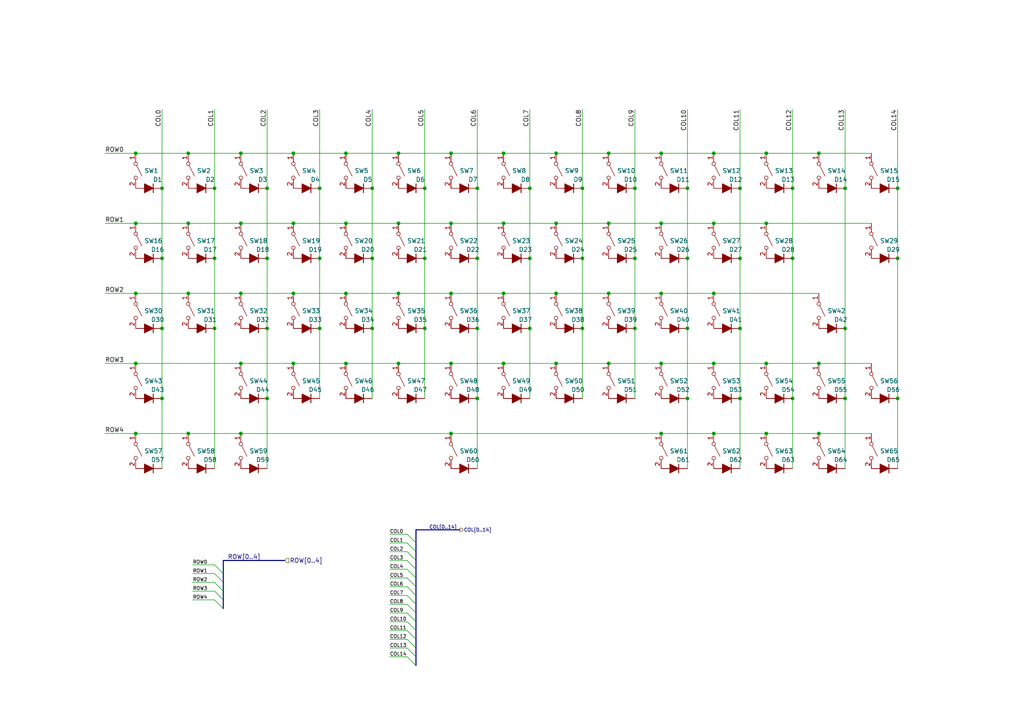
<source format=kicad_sch>
(kicad_sch (version 20231120) (generator "eeschema") (generator_version "8.0")
  (paper "A4")
  (lib_symbols
    (symbol "Switch:SW_SPST" (pin_names (offset 0) hide)
      (property "Reference" "SW" (at 0 3.175 0))
      (property "Value" "SW_SPST" (at 0 -2.54 0))
      (symbol "SW_SPST_0_0"
        (circle (center -2.032 0) (radius 0.508))
        (polyline (pts (xy -1.524 0.254) (xy 1.524 1.778)))
        (circle (center 2.032 0) (radius 0.508))
      )
      (symbol "SW_SPST_1_1"
        (pin passive line (at -5.08 0 0) (length 2.54) (name "A") (number "1"))
        (pin passive line (at 5.08 0 180) (length 2.54) (name "B") (number "2"))
      )
    )
    (symbol "corrupt-rescue:D_ALT-Device" (pin_numbers hide) (pin_names (offset 1.016) hide)
      (property "Reference" "D" (at 0 2.54 0))
      (property "Value" "Device_D_ALT" (at 0 -2.54 0))
      (symbol "D_ALT-Device_0_1"
        (polyline (pts (xy -1.27 1.27) (xy -1.27 -1.27)) (stroke (width 0.254)))
        (polyline (pts (xy 1.27 0) (xy -1.27 0)))
        (polyline (pts (xy 1.27 1.27) (xy 1.27 -1.27) (xy -1.27 0) (xy 1.27 1.27)) (stroke (width 0.254)) (fill (type outline)))
      )
      (symbol "D_ALT-Device_1_1"
        (pin passive line (at -3.81 0 0) (length 2.54) (name "K") (number "1"))
        (pin passive line (at 3.81 0 180) (length 2.54) (name "A") (number "2"))
      )
    )
  )
  (junction (at 161.29 85.09))
  (junction (at 39.37 85.09))
  (junction (at 260.35 115.57))
  (junction (at 146.05 105.41))
  (junction (at 130.81 85.09))
  (junction (at 199.39 74.93))
  (junction (at 39.37 125.73))
  (junction (at 237.49 125.73))
  (junction (at 77.47 74.93))
  (junction (at 161.29 44.45))
  (junction (at 100.33 85.09))
  (junction (at 199.39 95.25))
  (junction (at 191.77 44.45))
  (junction (at 146.05 44.45))
  (junction (at 222.25 64.77))
  (junction (at 161.29 105.41))
  (junction (at 85.09 105.41))
  (junction (at 207.01 125.73))
  (junction (at 168.91 95.25))
  (junction (at 54.61 64.77))
  (junction (at 214.63 115.57))
  (junction (at 115.57 85.09))
  (junction (at 199.39 54.61))
  (junction (at 85.09 85.09))
  (junction (at 207.01 64.77))
  (junction (at 77.47 54.61))
  (junction (at 92.71 95.25))
  (junction (at 130.81 44.45))
  (junction (at 214.63 95.25))
  (junction (at 39.37 64.77))
  (junction (at 199.39 115.57))
  (junction (at 237.49 44.45))
  (junction (at 54.61 44.45))
  (junction (at 62.23 74.93))
  (junction (at 260.35 74.93))
  (junction (at 69.85 85.09))
  (junction (at 176.53 85.09))
  (junction (at 176.53 105.41))
  (junction (at 168.91 74.93))
  (junction (at 207.01 105.41))
  (junction (at 245.11 54.61))
  (junction (at 69.85 64.77))
  (junction (at 161.29 64.77))
  (junction (at 46.99 74.93))
  (junction (at 138.43 115.57))
  (junction (at 39.37 44.45))
  (junction (at 260.35 54.61))
  (junction (at 130.81 64.77))
  (junction (at 107.95 54.61))
  (junction (at 92.71 74.93))
  (junction (at 85.09 44.45))
  (junction (at 176.53 44.45))
  (junction (at 85.09 64.77))
  (junction (at 191.77 85.09))
  (junction (at 153.67 74.93))
  (junction (at 69.85 105.41))
  (junction (at 77.47 115.57))
  (junction (at 153.67 95.25))
  (junction (at 191.77 125.73))
  (junction (at 92.71 54.61))
  (junction (at 107.95 95.25))
  (junction (at 184.15 95.25))
  (junction (at 69.85 125.73))
  (junction (at 54.61 85.09))
  (junction (at 207.01 85.09))
  (junction (at 222.25 125.73))
  (junction (at 107.95 74.93))
  (junction (at 245.11 95.25))
  (junction (at 153.67 54.61))
  (junction (at 69.85 44.45))
  (junction (at 115.57 44.45))
  (junction (at 191.77 105.41))
  (junction (at 214.63 54.61))
  (junction (at 62.23 54.61))
  (junction (at 245.11 115.57))
  (junction (at 123.19 95.25))
  (junction (at 168.91 54.61))
  (junction (at 146.05 64.77))
  (junction (at 176.53 64.77))
  (junction (at 138.43 74.93))
  (junction (at 123.19 54.61))
  (junction (at 222.25 105.41))
  (junction (at 214.63 74.93))
  (junction (at 115.57 64.77))
  (junction (at 46.99 95.25))
  (junction (at 207.01 44.45))
  (junction (at 130.81 105.41))
  (junction (at 123.19 74.93))
  (junction (at 222.25 44.45))
  (junction (at 138.43 54.61))
  (junction (at 39.37 105.41))
  (junction (at 100.33 44.45))
  (junction (at 46.99 54.61))
  (junction (at 229.87 74.93))
  (junction (at 100.33 64.77))
  (junction (at 115.57 105.41))
  (junction (at 237.49 105.41))
  (junction (at 100.33 105.41))
  (junction (at 130.81 125.73))
  (junction (at 146.05 85.09))
  (junction (at 54.61 125.73))
  (junction (at 138.43 95.25))
  (junction (at 184.15 74.93))
  (junction (at 77.47 95.25))
  (junction (at 191.77 64.77))
  (junction (at 229.87 54.61))
  (junction (at 184.15 54.61))
  (junction (at 46.99 115.57))
  (junction (at 62.23 95.25))
  (junction (at 229.87 115.57))
  (bus_entry (at 118.11 175.26) (size 2.54 2.54))
  (bus_entry (at 118.11 162.56) (size 2.54 2.54))
  (bus_entry (at 118.11 154.94) (size 2.54 2.54))
  (bus_entry (at 118.11 177.8) (size 2.54 2.54))
  (bus_entry (at 118.11 165.1) (size 2.54 2.54))
  (bus_entry (at 118.11 182.88) (size 2.54 2.54))
  (bus_entry (at 118.11 172.72) (size 2.54 2.54))
  (bus_entry (at 118.11 160.02) (size 2.54 2.54))
  (bus_entry (at 118.11 167.64) (size 2.54 2.54))
  (bus_entry (at 62.23 166.37) (size 2.54 2.54))
  (bus_entry (at 62.23 163.83) (size 2.54 2.54))
  (bus_entry (at 118.11 185.42) (size 2.54 2.54))
  (bus_entry (at 118.11 180.34) (size 2.54 2.54))
  (bus_entry (at 62.23 173.99) (size 2.54 2.54))
  (bus_entry (at 118.11 170.18) (size 2.54 2.54))
  (bus_entry (at 118.11 190.5) (size 2.54 2.54))
  (bus_entry (at 118.11 157.48) (size 2.54 2.54))
  (bus_entry (at 62.23 171.45) (size 2.54 2.54))
  (bus_entry (at 62.23 168.91) (size 2.54 2.54))
  (bus_entry (at 118.11 187.96) (size 2.54 2.54))
  (wire (pts (xy 62.23 163.83) (xy 55.88 163.83)))
  (wire (pts (xy 30.48 85.09) (xy 39.37 85.09)))
  (wire (pts (xy 229.87 74.93) (xy 229.87 115.57)))
  (wire (pts (xy 123.19 95.25) (xy 123.19 115.57)))
  (bus (pts (xy 64.77 166.37) (xy 64.77 168.91)))
  (wire (pts (xy 153.67 95.25) (xy 153.67 115.57)))
  (wire (pts (xy 113.03 175.26) (xy 118.11 175.26)))
  (bus (pts (xy 120.65 170.18) (xy 120.65 172.72)))
  (wire (pts (xy 222.25 44.45) (xy 237.49 44.45)))
  (wire (pts (xy 115.57 105.41) (xy 130.81 105.41)))
  (wire (pts (xy 46.99 74.93) (xy 46.99 95.25)))
  (bus (pts (xy 120.65 167.64) (xy 120.65 170.18)))
  (wire (pts (xy 39.37 125.73) (xy 54.61 125.73)))
  (wire (pts (xy 85.09 105.41) (xy 100.33 105.41)))
  (wire (pts (xy 176.53 64.77) (xy 191.77 64.77)))
  (wire (pts (xy 115.57 85.09) (xy 130.81 85.09)))
  (wire (pts (xy 85.09 85.09) (xy 100.33 85.09)))
  (wire (pts (xy 199.39 95.25) (xy 199.39 115.57)))
  (wire (pts (xy 85.09 64.77) (xy 100.33 64.77)))
  (wire (pts (xy 77.47 54.61) (xy 77.47 74.93)))
  (wire (pts (xy 176.53 44.45) (xy 191.77 44.45)))
  (wire (pts (xy 113.03 157.48) (xy 118.11 157.48)))
  (wire (pts (xy 168.91 74.93) (xy 168.91 95.25)))
  (wire (pts (xy 30.48 125.73) (xy 39.37 125.73)))
  (wire (pts (xy 153.67 74.93) (xy 153.67 95.25)))
  (wire (pts (xy 237.49 105.41) (xy 252.73 105.41)))
  (wire (pts (xy 62.23 31.75) (xy 62.23 54.61)))
  (wire (pts (xy 138.43 115.57) (xy 138.43 135.89)))
  (wire (pts (xy 115.57 64.77) (xy 130.81 64.77)))
  (wire (pts (xy 138.43 95.25) (xy 138.43 115.57)))
  (wire (pts (xy 207.01 85.09) (xy 237.49 85.09)))
  (wire (pts (xy 69.85 64.77) (xy 85.09 64.77)))
  (wire (pts (xy 69.85 85.09) (xy 85.09 85.09)))
  (bus (pts (xy 64.77 173.99) (xy 64.77 176.53)))
  (bus (pts (xy 120.65 180.34) (xy 120.65 182.88)))
  (wire (pts (xy 113.03 160.02) (xy 118.11 160.02)))
  (wire (pts (xy 100.33 44.45) (xy 115.57 44.45)))
  (wire (pts (xy 191.77 44.45) (xy 207.01 44.45)))
  (wire (pts (xy 168.91 95.25) (xy 168.91 115.57)))
  (bus (pts (xy 64.77 171.45) (xy 64.77 173.99)))
  (wire (pts (xy 214.63 95.25) (xy 214.63 115.57)))
  (wire (pts (xy 30.48 64.77) (xy 39.37 64.77)))
  (wire (pts (xy 107.95 54.61) (xy 107.95 74.93)))
  (wire (pts (xy 113.03 190.5) (xy 118.11 190.5)))
  (wire (pts (xy 161.29 105.41) (xy 176.53 105.41)))
  (wire (pts (xy 229.87 115.57) (xy 229.87 135.89)))
  (wire (pts (xy 100.33 85.09) (xy 115.57 85.09)))
  (wire (pts (xy 39.37 85.09) (xy 54.61 85.09)))
  (wire (pts (xy 62.23 168.91) (xy 55.88 168.91)))
  (wire (pts (xy 46.99 54.61) (xy 46.99 74.93)))
  (wire (pts (xy 146.05 85.09) (xy 161.29 85.09)))
  (wire (pts (xy 46.99 115.57) (xy 46.99 135.89)))
  (wire (pts (xy 54.61 64.77) (xy 69.85 64.77)))
  (wire (pts (xy 199.39 115.57) (xy 199.39 135.89)))
  (wire (pts (xy 39.37 44.45) (xy 54.61 44.45)))
  (wire (pts (xy 77.47 115.57) (xy 77.47 135.89)))
  (wire (pts (xy 113.03 187.96) (xy 118.11 187.96)))
  (wire (pts (xy 69.85 105.41) (xy 85.09 105.41)))
  (wire (pts (xy 245.11 54.61) (xy 245.11 95.25)))
  (wire (pts (xy 62.23 95.25) (xy 62.23 135.89)))
  (wire (pts (xy 260.35 54.61) (xy 260.35 74.93)))
  (wire (pts (xy 113.03 177.8) (xy 118.11 177.8)))
  (wire (pts (xy 229.87 31.75) (xy 229.87 54.61)))
  (bus (pts (xy 120.65 185.42) (xy 120.65 187.96)))
  (bus (pts (xy 120.65 187.96) (xy 120.65 190.5)))
  (wire (pts (xy 62.23 173.99) (xy 55.88 173.99)))
  (wire (pts (xy 138.43 31.75) (xy 138.43 54.61)))
  (bus (pts (xy 120.65 165.1) (xy 120.65 167.64)))
  (wire (pts (xy 214.63 115.57) (xy 214.63 135.89)))
  (wire (pts (xy 207.01 125.73) (xy 222.25 125.73)))
  (wire (pts (xy 146.05 64.77) (xy 161.29 64.77)))
  (wire (pts (xy 54.61 85.09) (xy 69.85 85.09)))
  (wire (pts (xy 92.71 74.93) (xy 92.71 95.25)))
  (wire (pts (xy 245.11 31.75) (xy 245.11 54.61)))
  (bus (pts (xy 120.65 190.5) (xy 120.65 193.04)))
  (wire (pts (xy 153.67 54.61) (xy 153.67 74.93)))
  (wire (pts (xy 62.23 74.93) (xy 62.23 95.25)))
  (wire (pts (xy 46.99 31.75) (xy 46.99 54.61)))
  (wire (pts (xy 92.71 31.75) (xy 92.71 54.61)))
  (bus (pts (xy 120.65 157.48) (xy 120.65 160.02)))
  (wire (pts (xy 77.47 31.75) (xy 77.47 54.61)))
  (wire (pts (xy 214.63 74.93) (xy 214.63 95.25)))
  (wire (pts (xy 77.47 74.93) (xy 77.47 95.25)))
  (wire (pts (xy 113.03 170.18) (xy 118.11 170.18)))
  (wire (pts (xy 39.37 105.41) (xy 69.85 105.41)))
  (wire (pts (xy 130.81 125.73) (xy 191.77 125.73)))
  (bus (pts (xy 120.65 177.8) (xy 120.65 180.34)))
  (wire (pts (xy 69.85 125.73) (xy 130.81 125.73)))
  (wire (pts (xy 199.39 54.61) (xy 199.39 74.93)))
  (wire (pts (xy 113.03 154.94) (xy 118.11 154.94)))
  (bus (pts (xy 120.65 153.67) (xy 133.35 153.67)))
  (wire (pts (xy 130.81 64.77) (xy 146.05 64.77)))
  (wire (pts (xy 229.87 54.61) (xy 229.87 74.93)))
  (wire (pts (xy 54.61 125.73) (xy 69.85 125.73)))
  (wire (pts (xy 115.57 44.45) (xy 130.81 44.45)))
  (wire (pts (xy 123.19 31.75) (xy 123.19 54.61)))
  (wire (pts (xy 107.95 74.93) (xy 107.95 95.25)))
  (wire (pts (xy 184.15 95.25) (xy 184.15 115.57)))
  (bus (pts (xy 120.65 182.88) (xy 120.65 185.42)))
  (wire (pts (xy 214.63 54.61) (xy 214.63 74.93)))
  (wire (pts (xy 207.01 44.45) (xy 222.25 44.45)))
  (wire (pts (xy 245.11 115.57) (xy 245.11 135.89)))
  (wire (pts (xy 176.53 85.09) (xy 191.77 85.09)))
  (wire (pts (xy 184.15 74.93) (xy 184.15 95.25)))
  (wire (pts (xy 222.25 125.73) (xy 237.49 125.73)))
  (wire (pts (xy 69.85 44.45) (xy 85.09 44.45)))
  (wire (pts (xy 92.71 95.25) (xy 92.71 115.57)))
  (wire (pts (xy 184.15 31.75) (xy 184.15 54.61)))
  (bus (pts (xy 120.65 172.72) (xy 120.65 175.26)))
  (wire (pts (xy 207.01 105.41) (xy 222.25 105.41)))
  (wire (pts (xy 77.47 95.25) (xy 77.47 115.57)))
  (wire (pts (xy 153.67 31.75) (xy 153.67 54.61)))
  (wire (pts (xy 130.81 44.45) (xy 146.05 44.45)))
  (wire (pts (xy 62.23 54.61) (xy 62.23 74.93)))
  (wire (pts (xy 30.48 105.41) (xy 39.37 105.41)))
  (wire (pts (xy 130.81 85.09) (xy 146.05 85.09)))
  (wire (pts (xy 113.03 185.42) (xy 118.11 185.42)))
  (wire (pts (xy 191.77 85.09) (xy 207.01 85.09)))
  (bus (pts (xy 64.77 168.91) (xy 64.77 171.45)))
  (wire (pts (xy 260.35 115.57) (xy 260.35 135.89)))
  (wire (pts (xy 146.05 44.45) (xy 161.29 44.45)))
  (wire (pts (xy 245.11 95.25) (xy 245.11 115.57)))
  (wire (pts (xy 113.03 180.34) (xy 118.11 180.34)))
  (bus (pts (xy 120.65 175.26) (xy 120.65 177.8)))
  (wire (pts (xy 184.15 54.61) (xy 184.15 74.93)))
  (wire (pts (xy 113.03 167.64) (xy 118.11 167.64)))
  (wire (pts (xy 176.53 105.41) (xy 191.77 105.41)))
  (wire (pts (xy 30.48 44.45) (xy 39.37 44.45)))
  (bus (pts (xy 120.65 160.02) (xy 120.65 162.56)))
  (wire (pts (xy 168.91 31.75) (xy 168.91 54.61)))
  (bus (pts (xy 64.77 162.56) (xy 64.77 166.37)))
  (wire (pts (xy 138.43 74.93) (xy 138.43 95.25)))
  (wire (pts (xy 161.29 85.09) (xy 176.53 85.09)))
  (wire (pts (xy 123.19 54.61) (xy 123.19 74.93)))
  (wire (pts (xy 191.77 105.41) (xy 207.01 105.41)))
  (wire (pts (xy 39.37 64.77) (xy 54.61 64.77)))
  (wire (pts (xy 237.49 44.45) (xy 252.73 44.45)))
  (wire (pts (xy 237.49 125.73) (xy 252.73 125.73)))
  (wire (pts (xy 138.43 54.61) (xy 138.43 74.93)))
  (wire (pts (xy 260.35 31.75) (xy 260.35 54.61)))
  (wire (pts (xy 191.77 64.77) (xy 207.01 64.77)))
  (wire (pts (xy 161.29 64.77) (xy 176.53 64.77)))
  (wire (pts (xy 54.61 44.45) (xy 69.85 44.45)))
  (wire (pts (xy 100.33 105.41) (xy 115.57 105.41)))
  (wire (pts (xy 92.71 54.61) (xy 92.71 74.93)))
  (wire (pts (xy 146.05 105.41) (xy 161.29 105.41)))
  (wire (pts (xy 85.09 44.45) (xy 100.33 44.45)))
  (wire (pts (xy 107.95 31.75) (xy 107.95 54.61)))
  (wire (pts (xy 199.39 31.75) (xy 199.39 54.61)))
  (wire (pts (xy 55.88 171.45) (xy 62.23 171.45)))
  (wire (pts (xy 161.29 44.45) (xy 176.53 44.45)))
  (wire (pts (xy 191.77 125.73) (xy 207.01 125.73)))
  (wire (pts (xy 130.81 105.41) (xy 146.05 105.41)))
  (wire (pts (xy 199.39 74.93) (xy 199.39 95.25)))
  (wire (pts (xy 55.88 166.37) (xy 62.23 166.37)))
  (wire (pts (xy 107.95 95.25) (xy 107.95 115.57)))
  (wire (pts (xy 168.91 54.61) (xy 168.91 74.93)))
  (bus (pts (xy 120.65 153.67) (xy 120.65 157.48)))
  (wire (pts (xy 113.03 172.72) (xy 118.11 172.72)))
  (wire (pts (xy 260.35 74.93) (xy 260.35 115.57)))
  (wire (pts (xy 113.03 162.56) (xy 118.11 162.56)))
  (wire (pts (xy 113.03 182.88) (xy 118.11 182.88)))
  (wire (pts (xy 113.03 165.1) (xy 118.11 165.1)))
  (wire (pts (xy 207.01 64.77) (xy 222.25 64.77)))
  (bus (pts (xy 64.77 162.56) (xy 82.55 162.56)))
  (wire (pts (xy 222.25 64.77) (xy 252.73 64.77)))
  (wire (pts (xy 100.33 64.77) (xy 115.57 64.77)))
  (wire (pts (xy 123.19 74.93) (xy 123.19 95.25)))
  (wire (pts (xy 46.99 95.25) (xy 46.99 115.57)))
  (bus (pts (xy 120.65 162.56) (xy 120.65 165.1)))
  (wire (pts (xy 222.25 105.41) (xy 237.49 105.41)))
  (wire (pts (xy 214.63 31.75) (xy 214.63 54.61)))
  (label "ROW4" (at 30.48 125.73 0))
  (label "COL11" (at 214.63 31.75 270))
  (label "COL9" (at 113.03 177.8 0) (effects (font (size 0.9906 0.9906))))
  (label "ROW2" (at 55.88 168.91 0) (effects (font (size 0.9906 0.9906))))
  (label "COL1" (at 113.03 157.48 0) (effects (font (size 0.9906 0.9906))))
  (label "ROW0" (at 55.88 163.83 0) (effects (font (size 0.9906 0.9906))))
  (label "COL2" (at 113.03 160.02 0) (effects (font (size 0.9906 0.9906))))
  (label "COL6" (at 138.43 31.75 270))
  (label "COL0" (at 113.03 154.94 0) (effects (font (size 0.9906 0.9906))))
  (label "COL5" (at 123.19 31.75 270))
  (label "ROW[0..4]" (at 66.04 162.56 0))
  (label "COL11" (at 113.03 182.88 0) (effects (font (size 0.9906 0.9906))))
  (label "COL6" (at 113.03 170.18 0) (effects (font (size 0.9906 0.9906))))
  (label "ROW4" (at 55.88 173.99 0) (effects (font (size 0.9906 0.9906))))
  (label "COL[0..14]" (at 124.46 153.67 0) (effects (font (size 0.9906 0.9906))))
  (label "COL3" (at 113.03 162.56 0) (effects (font (size 0.9906 0.9906))))
  (label "COL4" (at 113.03 165.1 0) (effects (font (size 0.9906 0.9906))))
  (label "ROW3" (at 30.48 105.41 0))
  (label "COL14" (at 260.35 31.75 270))
  (label "COL2" (at 77.47 31.75 270))
  (label "COL3" (at 92.71 31.75 270))
  (label "COL7" (at 113.03 172.72 0) (effects (font (size 0.9906 0.9906))))
  (label "ROW2" (at 30.48 85.09 0))
  (label "COL12" (at 229.87 31.75 270))
  (label "COL5" (at 113.03 167.64 0) (effects (font (size 0.9906 0.9906))))
  (label "ROW1" (at 55.88 166.37 0) (effects (font (size 0.9906 0.9906))))
  (label "COL10" (at 113.03 180.34 0) (effects (font (size 0.9906 0.9906))))
  (label "COL14" (at 113.03 190.5 0) (effects (font (size 0.9906 0.9906))))
  (label "COL7" (at 153.67 31.75 270))
  (label "COL12" (at 113.03 185.42 0) (effects (font (size 0.9906 0.9906))))
  (label "ROW0" (at 30.48 44.45 0))
  (label "COL8" (at 168.91 31.75 270))
  (label "ROW3" (at 55.88 171.45 0) (effects (font (size 0.9906 0.9906))))
  (label "COL4" (at 107.95 31.75 270))
  (label "COL1" (at 62.23 31.75 270))
  (label "COL8" (at 113.03 175.26 0) (effects (font (size 0.9906 0.9906))))
  (label "COL13" (at 245.11 31.75 270))
  (label "COL9" (at 184.15 31.75 270))
  (label "COL0" (at 46.99 31.75 270))
  (label "ROW1" (at 30.48 64.77 0))
  (label "COL13" (at 113.03 187.96 0) (effects (font (size 0.9906 0.9906))))
  (label "COL10" (at 199.39 31.75 270))
  (hierarchical_label "ROW[0..4]" (shape input) (at 82.55 162.56 0))
  (hierarchical_label "COL[0..14]" (shape output) (at 133.35 153.67 0) (effects (font (size 0.9906 0.9906))))
  (symbol (lib_id "Switch:SW_SPST") (at 39.37 49.53 270) (unit 1)
    (property "Reference" "SW1" (at 41.8592 49.53 90) (effects (justify left)))
    (property "Value" "SW_SPST" (effects (hide yes)))
    (property "Footprint" "Button_Switch_Keyboard:SW_Cherry_MX_1.00u_PCB" (effects (hide yes)))
  )
  (symbol (lib_id "corrupt-rescue:D_ALT-Device") (at 43.18 54.61 180) (unit 1)
    (property "Reference" "D1" (at 45.72 52.07 0))
    (property "Value" "1N4148WS" (effects (hide yes)))
    (property "Footprint" "Diode_SMD:D_SOD-323" (effects (hide yes)))
    (property "Description" "C2128" (effects (hide yes)))
  )
  (symbol (lib_id "Switch:SW_SPST") (at 54.61 49.53 270) (unit 1)
    (property "Reference" "SW2" (at 57.0992 49.53 90) (effects (justify left)))
    (property "Value" "SW_SPST" (effects (hide yes)))
    (property "Footprint" "Button_Switch_Keyboard:SW_Cherry_MX_1.00u_PCB" (effects (hide yes)))
  )
  (symbol (lib_id "corrupt-rescue:D_ALT-Device") (at 58.42 54.61 180) (unit 1)
    (property "Reference" "D2" (at 60.96 52.07 0))
    (property "Value" "1N4148WS" (effects (hide yes)))
    (property "Footprint" "Diode_SMD:D_SOD-323" (effects (hide yes)))
    (property "Description" "C2128" (effects (hide yes)))
  )
  (symbol (lib_id "Switch:SW_SPST") (at 69.85 49.53 270) (unit 1)
    (property "Reference" "SW3" (at 72.3392 49.53 90) (effects (justify left)))
    (property "Value" "SW_SPST" (effects (hide yes)))
    (property "Footprint" "Button_Switch_Keyboard:SW_Cherry_MX_1.00u_PCB" (effects (hide yes)))
  )
  (symbol (lib_id "corrupt-rescue:D_ALT-Device") (at 73.66 54.61 180) (unit 1)
    (property "Reference" "D3" (at 76.2 52.07 0))
    (property "Value" "1N4148WS" (effects (hide yes)))
    (property "Footprint" "Diode_SMD:D_SOD-323" (effects (hide yes)))
    (property "Description" "C2128" (effects (hide yes)))
  )
  (symbol (lib_id "Switch:SW_SPST") (at 85.09 49.53 270) (unit 1)
    (property "Reference" "SW4" (at 87.5792 49.53 90) (effects (justify left)))
    (property "Value" "SW_SPST" (effects (hide yes)))
    (property "Footprint" "Button_Switch_Keyboard:SW_Cherry_MX_1.00u_PCB" (effects (hide yes)))
  )
  (symbol (lib_id "corrupt-rescue:D_ALT-Device") (at 88.9 54.61 180) (unit 1)
    (property "Reference" "D4" (at 91.44 52.07 0))
    (property "Value" "1N4148WS" (effects (hide yes)))
    (property "Footprint" "Diode_SMD:D_SOD-323" (effects (hide yes)))
    (property "Description" "C2128" (effects (hide yes)))
  )
  (symbol (lib_id "Switch:SW_SPST") (at 100.33 49.53 270) (unit 1)
    (property "Reference" "SW5" (at 102.8192 49.53 90) (effects (justify left)))
    (property "Value" "SW_SPST" (effects (hide yes)))
    (property "Footprint" "Button_Switch_Keyboard:SW_Cherry_MX_1.00u_PCB" (effects (hide yes)))
  )
  (symbol (lib_id "corrupt-rescue:D_ALT-Device") (at 104.14 54.61 180) (unit 1)
    (property "Reference" "D5" (at 106.68 52.07 0))
    (property "Value" "1N4148WS" (effects (hide yes)))
    (property "Footprint" "Diode_SMD:D_SOD-323" (effects (hide yes)))
    (property "Description" "C2128" (effects (hide yes)))
  )
  (symbol (lib_id "Switch:SW_SPST") (at 115.57 49.53 270) (unit 1)
    (property "Reference" "SW6" (at 118.0592 49.53 90) (effects (justify left)))
    (property "Value" "SW_SPST" (effects (hide yes)))
    (property "Footprint" "Button_Switch_Keyboard:SW_Cherry_MX_1.00u_PCB" (effects (hide yes)))
  )
  (symbol (lib_id "corrupt-rescue:D_ALT-Device") (at 119.38 54.61 180) (unit 1)
    (property "Reference" "D6" (at 121.92 52.07 0))
    (property "Value" "1N4148WS" (effects (hide yes)))
    (property "Footprint" "Diode_SMD:D_SOD-323" (effects (hide yes)))
    (property "Description" "C2128" (effects (hide yes)))
  )
  (symbol (lib_id "Switch:SW_SPST") (at 130.81 49.53 270) (unit 1)
    (property "Reference" "SW7" (at 133.2992 49.53 90) (effects (justify left)))
    (property "Value" "SW_SPST" (effects (hide yes)))
    (property "Footprint" "Button_Switch_Keyboard:SW_Cherry_MX_1.00u_PCB" (effects (hide yes)))
  )
  (symbol (lib_id "corrupt-rescue:D_ALT-Device") (at 134.62 54.61 180) (unit 1)
    (property "Reference" "D7" (at 137.16 52.07 0))
    (property "Value" "1N4148WS" (effects (hide yes)))
    (property "Footprint" "Diode_SMD:D_SOD-323" (effects (hide yes)))
    (property "Description" "C2128" (effects (hide yes)))
  )
  (symbol (lib_id "Switch:SW_SPST") (at 146.05 49.53 270) (unit 1)
    (property "Reference" "SW8" (at 148.5392 49.53 90) (effects (justify left)))
    (property "Value" "SW_SPST" (effects (hide yes)))
    (property "Footprint" "Button_Switch_Keyboard:SW_Cherry_MX_1.00u_PCB" (effects (hide yes)))
  )
  (symbol (lib_id "corrupt-rescue:D_ALT-Device") (at 149.86 54.61 180) (unit 1)
    (property "Reference" "D8" (at 152.4 52.07 0))
    (property "Value" "1N4148WS" (effects (hide yes)))
    (property "Footprint" "Diode_SMD:D_SOD-323" (effects (hide yes)))
    (property "Description" "C2128" (effects (hide yes)))
  )
  (symbol (lib_id "Switch:SW_SPST") (at 161.29 49.53 270) (unit 1)
    (property "Reference" "SW9" (at 163.7792 49.53 90) (effects (justify left)))
    (property "Value" "SW_SPST" (effects (hide yes)))
    (property "Footprint" "Button_Switch_Keyboard:SW_Cherry_MX_1.00u_PCB" (effects (hide yes)))
  )
  (symbol (lib_id "corrupt-rescue:D_ALT-Device") (at 165.1 54.61 180) (unit 1)
    (property "Reference" "D9" (at 167.64 52.07 0))
    (property "Value" "1N4148WS" (effects (hide yes)))
    (property "Footprint" "Diode_SMD:D_SOD-323" (effects (hide yes)))
    (property "Description" "C2128" (effects (hide yes)))
  )
  (symbol (lib_id "Switch:SW_SPST") (at 176.53 49.53 270) (unit 1)
    (property "Reference" "SW10" (at 179.0192 49.53 90) (effects (justify left)))
    (property "Value" "SW_SPST" (effects (hide yes)))
    (property "Footprint" "Button_Switch_Keyboard:SW_Cherry_MX_1.00u_PCB" (effects (hide yes)))
  )
  (symbol (lib_id "corrupt-rescue:D_ALT-Device") (at 180.34 54.61 180) (unit 1)
    (property "Reference" "D10" (at 182.88 52.07 0))
    (property "Value" "1N4148WS" (effects (hide yes)))
    (property "Footprint" "Diode_SMD:D_SOD-323" (effects (hide yes)))
    (property "Description" "C2128" (effects (hide yes)))
  )
  (symbol (lib_id "Switch:SW_SPST") (at 191.77 49.53 270) (unit 1)
    (property "Reference" "SW11" (at 194.2592 49.53 90) (effects (justify left)))
    (property "Value" "SW_SPST" (effects (hide yes)))
    (property "Footprint" "Button_Switch_Keyboard:SW_Cherry_MX_1.00u_PCB" (effects (hide yes)))
  )
  (symbol (lib_id "corrupt-rescue:D_ALT-Device") (at 195.58 54.61 180) (unit 1)
    (property "Reference" "D11" (at 198.12 52.07 0))
    (property "Value" "1N4148WS" (effects (hide yes)))
    (property "Footprint" "Diode_SMD:D_SOD-323" (effects (hide yes)))
    (property "Description" "C2128" (effects (hide yes)))
  )
  (symbol (lib_id "Switch:SW_SPST") (at 207.01 49.53 270) (unit 1)
    (property "Reference" "SW12" (at 209.4992 49.53 90) (effects (justify left)))
    (property "Value" "SW_SPST" (effects (hide yes)))
    (property "Footprint" "Button_Switch_Keyboard:SW_Cherry_MX_1.00u_PCB" (effects (hide yes)))
  )
  (symbol (lib_id "corrupt-rescue:D_ALT-Device") (at 210.82 54.61 180) (unit 1)
    (property "Reference" "D12" (at 213.36 52.07 0))
    (property "Value" "1N4148WS" (effects (hide yes)))
    (property "Footprint" "Diode_SMD:D_SOD-323" (effects (hide yes)))
    (property "Description" "C2128" (effects (hide yes)))
  )
  (symbol (lib_id "Switch:SW_SPST") (at 222.25 49.53 270) (unit 1)
    (property "Reference" "SW13" (at 224.7392 49.53 90) (effects (justify left)))
    (property "Value" "SW_SPST" (effects (hide yes)))
    (property "Footprint" "Button_Switch_Keyboard:SW_Cherry_MX_1.00u_PCB" (effects (hide yes)))
  )
  (symbol (lib_id "corrupt-rescue:D_ALT-Device") (at 226.06 54.61 180) (unit 1)
    (property "Reference" "D13" (at 228.6 52.07 0))
    (property "Value" "1N4148WS" (effects (hide yes)))
    (property "Footprint" "Diode_SMD:D_SOD-323" (effects (hide yes)))
    (property "Description" "C2128" (effects (hide yes)))
  )
  (symbol (lib_id "Switch:SW_SPST") (at 237.49 49.53 270) (unit 1)
    (property "Reference" "SW14" (at 239.9792 49.53 90) (effects (justify left)))
    (property "Value" "SW_SPST" (effects (hide yes)))
    (property "Footprint" "Button_Switch_Keyboard:SW_Cherry_MX_1.00u_PCB" (effects (hide yes)))
  )
  (symbol (lib_id "corrupt-rescue:D_ALT-Device") (at 241.3 54.61 180) (unit 1)
    (property "Reference" "D14" (at 243.84 52.07 0))
    (property "Value" "1N4148WS" (effects (hide yes)))
    (property "Footprint" "Diode_SMD:D_SOD-323" (effects (hide yes)))
    (property "Description" "C2128" (effects (hide yes)))
  )
  (symbol (lib_id "Switch:SW_SPST") (at 252.73 49.53 270) (unit 1)
    (property "Reference" "SW15" (at 255.2192 49.53 90) (effects (justify left)))
    (property "Value" "SW_SPST" (effects (hide yes)))
    (property "Footprint" "Button_Switch_Keyboard:SW_Cherry_MX_1.00u_PCB" (effects (hide yes)))
  )
  (symbol (lib_id "corrupt-rescue:D_ALT-Device") (at 256.54 54.61 180) (unit 1)
    (property "Reference" "D15" (at 259.08 52.07 0))
    (property "Value" "1N4148WS" (effects (hide yes)))
    (property "Footprint" "Diode_SMD:D_SOD-323" (effects (hide yes)))
    (property "Description" "C2128" (effects (hide yes)))
  )
  (symbol (lib_id "Switch:SW_SPST") (at 39.37 69.85 270) (unit 1)
    (property "Reference" "SW16" (at 41.8592 69.85 90) (effects (justify left)))
    (property "Value" "SW_SPST" (effects (hide yes)))
    (property "Footprint" "Button_Switch_Keyboard:SW_Cherry_MX_1.50u_PCB" (effects (hide yes)))
  )
  (symbol (lib_id "corrupt-rescue:D_ALT-Device") (at 43.18 74.93 180) (unit 1)
    (property "Reference" "D16" (at 45.72 72.39 0))
    (property "Value" "1N4148WS" (effects (hide yes)))
    (property "Footprint" "Diode_SMD:D_SOD-323" (effects (hide yes)))
    (property "Description" "C2128" (effects (hide yes)))
  )
  (symbol (lib_id "Switch:SW_SPST") (at 54.61 69.85 270) (unit 1)
    (property "Reference" "SW17" (at 57.0992 69.85 90) (effects (justify left)))
    (property "Value" "SW_SPST" (effects (hide yes)))
    (property "Footprint" "Button_Switch_Keyboard:SW_Cherry_MX_1.00u_PCB" (effects (hide yes)))
  )
  (symbol (lib_id "corrupt-rescue:D_ALT-Device") (at 58.42 74.93 180) (unit 1)
    (property "Reference" "D17" (at 60.96 72.39 0))
    (property "Value" "1N4148WS" (effects (hide yes)))
    (property "Footprint" "Diode_SMD:D_SOD-323" (effects (hide yes)))
    (property "Description" "C2128" (effects (hide yes)))
  )
  (symbol (lib_id "Switch:SW_SPST") (at 69.85 69.85 270) (unit 1)
    (property "Reference" "SW18" (at 72.3392 69.85 90) (effects (justify left)))
    (property "Value" "SW_SPST" (effects (hide yes)))
    (property "Footprint" "Button_Switch_Keyboard:SW_Cherry_MX_1.00u_PCB" (effects (hide yes)))
  )
  (symbol (lib_id "corrupt-rescue:D_ALT-Device") (at 73.66 74.93 180) (unit 1)
    (property "Reference" "D18" (at 76.2 72.39 0))
    (property "Value" "1N4148WS" (effects (hide yes)))
    (property "Footprint" "Diode_SMD:D_SOD-323" (effects (hide yes)))
    (property "Description" "C2128" (effects (hide yes)))
  )
  (symbol (lib_id "Switch:SW_SPST") (at 85.09 69.85 270) (unit 1)
    (property "Reference" "SW19" (at 87.5792 69.85 90) (effects (justify left)))
    (property "Value" "SW_SPST" (effects (hide yes)))
    (property "Footprint" "Button_Switch_Keyboard:SW_Cherry_MX_1.00u_PCB" (effects (hide yes)))
  )
  (symbol (lib_id "corrupt-rescue:D_ALT-Device") (at 88.9 74.93 180) (unit 1)
    (property "Reference" "D19" (at 91.44 72.39 0))
    (property "Value" "1N4148WS" (effects (hide yes)))
    (property "Footprint" "Diode_SMD:D_SOD-323" (effects (hide yes)))
    (property "Description" "C2128" (effects (hide yes)))
  )
  (symbol (lib_id "Switch:SW_SPST") (at 100.33 69.85 270) (unit 1)
    (property "Reference" "SW20" (at 102.8192 69.85 90) (effects (justify left)))
    (property "Value" "SW_SPST" (effects (hide yes)))
    (property "Footprint" "Button_Switch_Keyboard:SW_Cherry_MX_1.00u_PCB" (effects (hide yes)))
  )
  (symbol (lib_id "corrupt-rescue:D_ALT-Device") (at 104.14 74.93 180) (unit 1)
    (property "Reference" "D20" (at 106.68 72.39 0))
    (property "Value" "1N4148WS" (effects (hide yes)))
    (property "Footprint" "Diode_SMD:D_SOD-323" (effects (hide yes)))
    (property "Description" "C2128" (effects (hide yes)))
  )
  (symbol (lib_id "Switch:SW_SPST") (at 115.57 69.85 270) (unit 1)
    (property "Reference" "SW21" (at 118.0592 69.85 90) (effects (justify left)))
    (property "Value" "SW_SPST" (effects (hide yes)))
    (property "Footprint" "Button_Switch_Keyboard:SW_Cherry_MX_1.00u_PCB" (effects (hide yes)))
  )
  (symbol (lib_id "corrupt-rescue:D_ALT-Device") (at 119.38 74.93 180) (unit 1)
    (property "Reference" "D21" (at 121.92 72.39 0))
    (property "Value" "1N4148WS" (effects (hide yes)))
    (property "Footprint" "Diode_SMD:D_SOD-323" (effects (hide yes)))
    (property "Description" "C2128" (effects (hide yes)))
  )
  (symbol (lib_id "Switch:SW_SPST") (at 130.81 69.85 270) (unit 1)
    (property "Reference" "SW22" (at 133.2992 69.85 90) (effects (justify left)))
    (property "Value" "SW_SPST" (effects (hide yes)))
    (property "Footprint" "Button_Switch_Keyboard:SW_Cherry_MX_1.00u_PCB" (effects (hide yes)))
  )
  (symbol (lib_id "corrupt-rescue:D_ALT-Device") (at 134.62 74.93 180) (unit 1)
    (property "Reference" "D22" (at 137.16 72.39 0))
    (property "Value" "1N4148WS" (effects (hide yes)))
    (property "Footprint" "Diode_SMD:D_SOD-323" (effects (hide yes)))
    (property "Description" "C2128" (effects (hide yes)))
  )
  (symbol (lib_id "Switch:SW_SPST") (at 146.05 69.85 270) (unit 1)
    (property "Reference" "SW23" (at 148.5392 69.85 90) (effects (justify left)))
    (property "Value" "SW_SPST" (effects (hide yes)))
    (property "Footprint" "Button_Switch_Keyboard:SW_Cherry_MX_1.00u_PCB" (effects (hide yes)))
  )
  (symbol (lib_id "corrupt-rescue:D_ALT-Device") (at 149.86 74.93 180) (unit 1)
    (property "Reference" "D23" (at 152.4 72.39 0))
    (property "Value" "1N4148WS" (effects (hide yes)))
    (property "Footprint" "Diode_SMD:D_SOD-323" (effects (hide yes)))
    (property "Description" "C2128" (effects (hide yes)))
  )
  (symbol (lib_id "Switch:SW_SPST") (at 161.29 69.85 270) (unit 1)
    (property "Reference" "SW24" (at 163.7792 69.85 90) (effects (justify left)))
    (property "Value" "SW_SPST" (effects (hide yes)))
    (property "Footprint" "Button_Switch_Keyboard:SW_Cherry_MX_1.00u_PCB" (effects (hide yes)))
  )
  (symbol (lib_id "corrupt-rescue:D_ALT-Device") (at 165.1 74.93 180) (unit 1)
    (property "Reference" "D24" (at 167.64 72.39 0))
    (property "Value" "1N4148WS" (effects (hide yes)))
    (property "Footprint" "Diode_SMD:D_SOD-323" (effects (hide yes)))
    (property "Description" "C2128" (effects (hide yes)))
  )
  (symbol (lib_id "Switch:SW_SPST") (at 176.53 69.85 270) (unit 1)
    (property "Reference" "SW25" (at 179.0192 69.85 90) (effects (justify left)))
    (property "Value" "SW_SPST" (effects (hide yes)))
    (property "Footprint" "Button_Switch_Keyboard:SW_Cherry_MX_1.00u_PCB" (effects (hide yes)))
  )
  (symbol (lib_id "corrupt-rescue:D_ALT-Device") (at 180.34 74.93 180) (unit 1)
    (property "Reference" "D25" (at 182.88 72.39 0))
    (property "Value" "1N4148WS" (effects (hide yes)))
    (property "Footprint" "Diode_SMD:D_SOD-323" (effects (hide yes)))
    (property "Description" "C2128" (effects (hide yes)))
  )
  (symbol (lib_id "Switch:SW_SPST") (at 191.77 69.85 270) (unit 1)
    (property "Reference" "SW26" (at 194.2592 69.85 90) (effects (justify left)))
    (property "Value" "SW_SPST" (effects (hide yes)))
    (property "Footprint" "Button_Switch_Keyboard:SW_Cherry_MX_1.00u_PCB" (effects (hide yes)))
  )
  (symbol (lib_id "corrupt-rescue:D_ALT-Device") (at 195.58 74.93 180) (unit 1)
    (property "Reference" "D26" (at 198.12 72.39 0))
    (property "Value" "1N4148WS" (effects (hide yes)))
    (property "Footprint" "Diode_SMD:D_SOD-323" (effects (hide yes)))
    (property "Description" "C2128" (effects (hide yes)))
  )
  (symbol (lib_id "Switch:SW_SPST") (at 207.01 69.85 270) (unit 1)
    (property "Reference" "SW27" (at 209.4992 69.85 90) (effects (justify left)))
    (property "Value" "SW_SPST" (effects (hide yes)))
    (property "Footprint" "Button_Switch_Keyboard:SW_Cherry_MX_1.00u_PCB" (effects (hide yes)))
  )
  (symbol (lib_id "corrupt-rescue:D_ALT-Device") (at 210.82 74.93 180) (unit 1)
    (property "Reference" "D27" (at 213.36 72.39 0))
    (property "Value" "1N4148WS" (effects (hide yes)))
    (property "Footprint" "Diode_SMD:D_SOD-323" (effects (hide yes)))
    (property "Description" "C2128" (effects (hide yes)))
  )
  (symbol (lib_id "Switch:SW_SPST") (at 222.25 69.85 270) (unit 1)
    (property "Reference" "SW28" (at 224.7392 69.85 90) (effects (justify left)))
    (property "Value" "SW_SPST" (effects (hide yes)))
    (property "Footprint" "Button_Switch_Keyboard:SW_Cherry_MX_1.00u_PCB" (effects (hide yes)))
  )
  (symbol (lib_id "corrupt-rescue:D_ALT-Device") (at 226.06 74.93 180) (unit 1)
    (property "Reference" "D28" (at 228.6 72.39 0))
    (property "Value" "1N4148WS" (effects (hide yes)))
    (property "Footprint" "Diode_SMD:D_SOD-323" (effects (hide yes)))
    (property "Description" "C2128" (effects (hide yes)))
  )
  (symbol (lib_id "Switch:SW_SPST") (at 252.73 69.85 270) (unit 1)
    (property "Reference" "SW29" (at 255.2192 69.85 90) (effects (justify left)))
    (property "Value" "SW_SPST" (effects (hide yes)))
    (property "Footprint" "Button_Switch_Keyboard:SW_Cherry_MX_1.50u_PCB" (effects (hide yes)))
  )
  (symbol (lib_id "corrupt-rescue:D_ALT-Device") (at 256.54 74.93 180) (unit 1)
    (property "Reference" "D29" (at 259.08 72.39 0))
    (property "Value" "1N4148WS" (effects (hide yes)))
    (property "Footprint" "Diode_SMD:D_SOD-323" (effects (hide yes)))
    (property "Description" "C2128" (effects (hide yes)))
  )
  (symbol (lib_id "Switch:SW_SPST") (at 39.37 90.17 270) (unit 1)
    (property "Reference" "SW30" (at 41.8592 90.17 90) (effects (justify left)))
    (property "Value" "SW_SPST" (effects (hide yes)))
    (property "Footprint" "Button_Switch_Keyboard:SW_Cherry_MX_1.75u_PCB" (effects (hide yes)))
  )
  (symbol (lib_id "corrupt-rescue:D_ALT-Device") (at 43.18 95.25 180) (unit 1)
    (property "Reference" "D30" (at 45.72 92.71 0))
    (property "Value" "1N4148WS" (effects (hide yes)))
    (property "Footprint" "Diode_SMD:D_SOD-323" (effects (hide yes)))
    (property "Description" "C2128" (effects (hide yes)))
  )
  (symbol (lib_id "Switch:SW_SPST") (at 54.61 90.17 270) (unit 1)
    (property "Reference" "SW31" (at 57.0992 90.17 90) (effects (justify left)))
    (property "Value" "SW_SPST" (effects (hide yes)))
    (property "Footprint" "Button_Switch_Keyboard:SW_Cherry_MX_1.00u_PCB" (effects (hide yes)))
  )
  (symbol (lib_id "corrupt-rescue:D_ALT-Device") (at 58.42 95.25 180) (unit 1)
    (property "Reference" "D31" (at 60.96 92.71 0))
    (property "Value" "1N4148WS" (effects (hide yes)))
    (property "Footprint" "Diode_SMD:D_SOD-323" (effects (hide yes)))
    (property "Description" "C2128" (effects (hide yes)))
  )
  (symbol (lib_id "Switch:SW_SPST") (at 69.85 90.17 270) (unit 1)
    (property "Reference" "SW32" (at 72.3392 90.17 90) (effects (justify left)))
    (property "Value" "SW_SPST" (effects (hide yes)))
    (property "Footprint" "Button_Switch_Keyboard:SW_Cherry_MX_1.00u_PCB" (effects (hide yes)))
  )
  (symbol (lib_id "corrupt-rescue:D_ALT-Device") (at 73.66 95.25 180) (unit 1)
    (property "Reference" "D32" (at 76.2 92.71 0))
    (property "Value" "1N4148WS" (effects (hide yes)))
    (property "Footprint" "Diode_SMD:D_SOD-323" (effects (hide yes)))
    (property "Description" "C2128" (effects (hide yes)))
  )
  (symbol (lib_id "Switch:SW_SPST") (at 85.09 90.17 270) (unit 1)
    (property "Reference" "SW33" (at 87.5792 90.17 90) (effects (justify left)))
    (property "Value" "SW_SPST" (effects (hide yes)))
    (property "Footprint" "Button_Switch_Keyboard:SW_Cherry_MX_1.00u_PCB" (effects (hide yes)))
  )
  (symbol (lib_id "corrupt-rescue:D_ALT-Device") (at 88.9 95.25 180) (unit 1)
    (property "Reference" "D33" (at 91.44 92.71 0))
    (property "Value" "1N4148WS" (effects (hide yes)))
    (property "Footprint" "Diode_SMD:D_SOD-323" (effects (hide yes)))
    (property "Description" "C2128" (effects (hide yes)))
  )
  (symbol (lib_id "Switch:SW_SPST") (at 100.33 90.17 270) (unit 1)
    (property "Reference" "SW34" (at 102.8192 90.17 90) (effects (justify left)))
    (property "Value" "SW_SPST" (effects (hide yes)))
    (property "Footprint" "Button_Switch_Keyboard:SW_Cherry_MX_1.00u_PCB" (effects (hide yes)))
  )
  (symbol (lib_id "corrupt-rescue:D_ALT-Device") (at 104.14 95.25 180) (unit 1)
    (property "Reference" "D34" (at 106.68 92.71 0))
    (property "Value" "1N4148WS" (effects (hide yes)))
    (property "Footprint" "Diode_SMD:D_SOD-323" (effects (hide yes)))
    (property "Description" "C2128" (effects (hide yes)))
  )
  (symbol (lib_id "Switch:SW_SPST") (at 115.57 90.17 270) (unit 1)
    (property "Reference" "SW35" (at 118.0592 90.17 90) (effects (justify left)))
    (property "Value" "SW_SPST" (effects (hide yes)))
    (property "Footprint" "Button_Switch_Keyboard:SW_Cherry_MX_1.00u_PCB" (effects (hide yes)))
  )
  (symbol (lib_id "corrupt-rescue:D_ALT-Device") (at 119.38 95.25 180) (unit 1)
    (property "Reference" "D35" (at 121.92 92.71 0))
    (property "Value" "1N4148WS" (effects (hide yes)))
    (property "Footprint" "Diode_SMD:D_SOD-323" (effects (hide yes)))
    (property "Description" "C2128" (effects (hide yes)))
  )
  (symbol (lib_id "Switch:SW_SPST") (at 130.81 90.17 270) (unit 1)
    (property "Reference" "SW36" (at 133.2992 90.17 90) (effects (justify left)))
    (property "Value" "SW_SPST" (effects (hide yes)))
    (property "Footprint" "Button_Switch_Keyboard:SW_Cherry_MX_1.00u_PCB" (effects (hide yes)))
  )
  (symbol (lib_id "corrupt-rescue:D_ALT-Device") (at 134.62 95.25 180) (unit 1)
    (property "Reference" "D36" (at 137.16 92.71 0))
    (property "Value" "1N4148WS" (effects (hide yes)))
    (property "Footprint" "Diode_SMD:D_SOD-323" (effects (hide yes)))
    (property "Description" "C2128" (effects (hide yes)))
  )
  (symbol (lib_id "Switch:SW_SPST") (at 146.05 90.17 270) (unit 1)
    (property "Reference" "SW37" (at 148.5392 90.17 90) (effects (justify left)))
    (property "Value" "SW_SPST" (effects (hide yes)))
    (property "Footprint" "Button_Switch_Keyboard:SW_Cherry_MX_1.00u_PCB" (effects (hide yes)))
  )
  (symbol (lib_id "corrupt-rescue:D_ALT-Device") (at 149.86 95.25 180) (unit 1)
    (property "Reference" "D37" (at 152.4 92.71 0))
    (property "Value" "1N4148WS" (effects (hide yes)))
    (property "Footprint" "Diode_SMD:D_SOD-323" (effects (hide yes)))
    (property "Description" "C2128" (effects (hide yes)))
  )
  (symbol (lib_id "Switch:SW_SPST") (at 161.29 90.17 270) (unit 1)
    (property "Reference" "SW38" (at 163.7792 90.17 90) (effects (justify left)))
    (property "Value" "SW_SPST" (effects (hide yes)))
    (property "Footprint" "Button_Switch_Keyboard:SW_Cherry_MX_1.00u_PCB" (effects (hide yes)))
  )
  (symbol (lib_id "corrupt-rescue:D_ALT-Device") (at 165.1 95.25 180) (unit 1)
    (property "Reference" "D38" (at 167.64 92.71 0))
    (property "Value" "1N4148WS" (effects (hide yes)))
    (property "Footprint" "Diode_SMD:D_SOD-323" (effects (hide yes)))
    (property "Description" "C2128" (effects (hide yes)))
  )
  (symbol (lib_id "Switch:SW_SPST") (at 176.53 90.17 270) (unit 1)
    (property "Reference" "SW39" (at 179.0192 90.17 90) (effects (justify left)))
    (property "Value" "SW_SPST" (effects (hide yes)))
    (property "Footprint" "Button_Switch_Keyboard:SW_Cherry_MX_1.00u_PCB" (effects (hide yes)))
  )
  (symbol (lib_id "corrupt-rescue:D_ALT-Device") (at 180.34 95.25 180) (unit 1)
    (property "Reference" "D39" (at 182.88 92.71 0))
    (property "Value" "1N4148WS" (effects (hide yes)))
    (property "Footprint" "Diode_SMD:D_SOD-323" (effects (hide yes)))
    (property "Description" "C2128" (effects (hide yes)))
  )
  (symbol (lib_id "Switch:SW_SPST") (at 191.77 90.17 270) (unit 1)
    (property "Reference" "SW40" (at 194.2592 90.17 90) (effects (justify left)))
    (property "Value" "SW_SPST" (effects (hide yes)))
    (property "Footprint" "Button_Switch_Keyboard:SW_Cherry_MX_1.00u_PCB" (effects (hide yes)))
  )
  (symbol (lib_id "corrupt-rescue:D_ALT-Device") (at 195.58 95.25 180) (unit 1)
    (property "Reference" "D40" (at 198.12 92.71 0))
    (property "Value" "1N4148WS" (effects (hide yes)))
    (property "Footprint" "Diode_SMD:D_SOD-323" (effects (hide yes)))
    (property "Description" "C2128" (effects (hide yes)))
  )
  (symbol (lib_id "Switch:SW_SPST") (at 207.01 90.17 270) (unit 1)
    (property "Reference" "SW41" (at 209.4992 90.17 90) (effects (justify left)))
    (property "Value" "SW_SPST" (effects (hide yes)))
    (property "Footprint" "Button_Switch_Keyboard:SW_Cherry_MX_1.00u_PCB" (effects (hide yes)))
  )
  (symbol (lib_id "corrupt-rescue:D_ALT-Device") (at 210.82 95.25 180) (unit 1)
    (property "Reference" "D41" (at 213.36 92.71 0))
    (property "Value" "1N4148WS" (effects (hide yes)))
    (property "Footprint" "Diode_SMD:D_SOD-323" (effects (hide yes)))
    (property "Description" "C2128" (effects (hide yes)))
  )
  (symbol (lib_id "Switch:SW_SPST") (at 237.49 90.17 270) (unit 1)
    (property "Reference" "SW42" (at 239.9792 90.17 90) (effects (justify left)))
    (property "Value" "SW_SPST" (effects (hide yes)))
    (property "Footprint" "Button_Switch_Keyboard:SW_Cherry_MX_2.25u_PCB" (effects (hide yes)))
  )
  (symbol (lib_id "corrupt-rescue:D_ALT-Device") (at 241.3 95.25 180) (unit 1)
    (property "Reference" "D42" (at 243.84 92.71 0))
    (property "Value" "1N4148WS" (effects (hide yes)))
    (property "Footprint" "Diode_SMD:D_SOD-323" (effects (hide yes)))
    (property "Description" "C2128" (effects (hide yes)))
  )
  (symbol (lib_id "Switch:SW_SPST") (at 39.37 110.49 270) (unit 1)
    (property "Reference" "SW43" (at 41.8592 110.49 90) (effects (justify left)))
    (property "Value" "SW_SPST" (effects (hide yes)))
    (property "Footprint" "Button_Switch_Keyboard:SW_Cherry_MX_2.00u_PCB" (effects (hide yes)))
  )
  (symbol (lib_id "corrupt-rescue:D_ALT-Device") (at 43.18 115.57 180) (unit 1)
    (property "Reference" "D43" (at 45.72 113.03 0))
    (property "Value" "1N4148WS" (effects (hide yes)))
    (property "Footprint" "Diode_SMD:D_SOD-323" (effects (hide yes)))
    (property "Description" "C2128" (effects (hide yes)))
  )
  (symbol (lib_id "Switch:SW_SPST") (at 69.85 110.49 270) (unit 1)
    (property "Reference" "SW44" (at 72.3392 110.49 90) (effects (justify left)))
    (property "Value" "SW_SPST" (effects (hide yes)))
    (property "Footprint" "Button_Switch_Keyboard:SW_Cherry_MX_1.00u_PCB" (effects (hide yes)))
  )
  (symbol (lib_id "corrupt-rescue:D_ALT-Device") (at 73.66 115.57 180) (unit 1)
    (property "Reference" "D44" (at 76.2 113.03 0))
    (property "Value" "1N4148WS" (effects (hide yes)))
    (property "Footprint" "Diode_SMD:D_SOD-323" (effects (hide yes)))
    (property "Description" "C2128" (effects (hide yes)))
  )
  (symbol (lib_id "Switch:SW_SPST") (at 85.09 110.49 270) (unit 1)
    (property "Reference" "SW45" (at 87.5792 110.49 90) (effects (justify left)))
    (property "Value" "SW_SPST" (effects (hide yes)))
    (property "Footprint" "Button_Switch_Keyboard:SW_Cherry_MX_1.00u_PCB" (effects (hide yes)))
  )
  (symbol (lib_id "corrupt-rescue:D_ALT-Device") (at 88.9 115.57 180) (unit 1)
    (property "Reference" "D45" (at 91.44 113.03 0))
    (property "Value" "1N4148WS" (effects (hide yes)))
    (property "Footprint" "Diode_SMD:D_SOD-323" (effects (hide yes)))
    (property "Description" "C2128" (effects (hide yes)))
  )
  (symbol (lib_id "Switch:SW_SPST") (at 100.33 110.49 270) (unit 1)
    (property "Reference" "SW46" (at 102.8192 110.49 90) (effects (justify left)))
    (property "Value" "SW_SPST" (effects (hide yes)))
    (property "Footprint" "Button_Switch_Keyboard:SW_Cherry_MX_1.00u_PCB" (effects (hide yes)))
  )
  (symbol (lib_id "corrupt-rescue:D_ALT-Device") (at 104.14 115.57 180) (unit 1)
    (property "Reference" "D46" (at 106.68 113.03 0))
    (property "Value" "1N4148WS" (effects (hide yes)))
    (property "Footprint" "Diode_SMD:D_SOD-323" (effects (hide yes)))
    (property "Description" "C2128" (effects (hide yes)))
  )
  (symbol (lib_id "Switch:SW_SPST") (at 115.57 110.49 270) (unit 1)
    (property "Reference" "SW47" (at 118.0592 110.49 90) (effects (justify left)))
    (property "Value" "SW_SPST" (effects (hide yes)))
    (property "Footprint" "Button_Switch_Keyboard:SW_Cherry_MX_1.00u_PCB" (effects (hide yes)))
  )
  (symbol (lib_id "corrupt-rescue:D_ALT-Device") (at 119.38 115.57 180) (unit 1)
    (property "Reference" "D47" (at 121.92 113.03 0))
    (property "Value" "1N4148WS" (effects (hide yes)))
    (property "Footprint" "Diode_SMD:D_SOD-323" (effects (hide yes)))
    (property "Description" "C2128" (effects (hide yes)))
  )
  (symbol (lib_id "Switch:SW_SPST") (at 130.81 110.49 270) (unit 1)
    (property "Reference" "SW48" (at 133.2992 110.49 90) (effects (justify left)))
    (property "Value" "SW_SPST" (effects (hide yes)))
    (property "Footprint" "Button_Switch_Keyboard:SW_Cherry_MX_1.00u_PCB" (effects (hide yes)))
  )
  (symbol (lib_id "corrupt-rescue:D_ALT-Device") (at 134.62 115.57 180) (unit 1)
    (property "Reference" "D48" (at 137.16 113.03 0))
    (property "Value" "1N4148WS" (effects (hide yes)))
    (property "Footprint" "Diode_SMD:D_SOD-323" (effects (hide yes)))
    (property "Description" "C2128" (effects (hide yes)))
  )
  (symbol (lib_id "Switch:SW_SPST") (at 146.05 110.49 270) (unit 1)
    (property "Reference" "SW49" (at 148.5392 110.49 90) (effects (justify left)))
    (property "Value" "SW_SPST" (effects (hide yes)))
    (property "Footprint" "Button_Switch_Keyboard:SW_Cherry_MX_1.00u_PCB" (effects (hide yes)))
  )
  (symbol (lib_id "corrupt-rescue:D_ALT-Device") (at 149.86 115.57 180) (unit 1)
    (property "Reference" "D49" (at 152.4 113.03 0))
    (property "Value" "1N4148WS" (effects (hide yes)))
    (property "Footprint" "Diode_SMD:D_SOD-323" (effects (hide yes)))
    (property "Description" "C2128" (effects (hide yes)))
  )
  (symbol (lib_id "Switch:SW_SPST") (at 161.29 110.49 270) (unit 1)
    (property "Reference" "SW50" (at 163.7792 110.49 90) (effects (justify left)))
    (property "Value" "SW_SPST" (effects (hide yes)))
    (property "Footprint" "Button_Switch_Keyboard:SW_Cherry_MX_1.00u_PCB" (effects (hide yes)))
  )
  (symbol (lib_id "corrupt-rescue:D_ALT-Device") (at 165.1 115.57 180) (unit 1)
    (property "Reference" "D50" (at 167.64 113.03 0))
    (property "Value" "1N4148WS" (effects (hide yes)))
    (property "Footprint" "Diode_SMD:D_SOD-323" (effects (hide yes)))
    (property "Description" "C2128" (effects (hide yes)))
  )
  (symbol (lib_id "Switch:SW_SPST") (at 176.53 110.49 270) (unit 1)
    (property "Reference" "SW51" (at 179.0192 110.49 90) (effects (justify left)))
    (property "Value" "SW_SPST" (effects (hide yes)))
    (property "Footprint" "Button_Switch_Keyboard:SW_Cherry_MX_1.00u_PCB" (effects (hide yes)))
  )
  (symbol (lib_id "corrupt-rescue:D_ALT-Device") (at 180.34 115.57 180) (unit 1)
    (property "Reference" "D51" (at 182.88 113.03 0))
    (property "Value" "1N4148WS" (effects (hide yes)))
    (property "Footprint" "Diode_SMD:D_SOD-323" (effects (hide yes)))
    (property "Description" "C2128" (effects (hide yes)))
  )
  (symbol (lib_id "Switch:SW_SPST") (at 191.77 110.49 270) (unit 1)
    (property "Reference" "SW52" (at 194.2592 110.49 90) (effects (justify left)))
    (property "Value" "SW_SPST" (effects (hide yes)))
    (property "Footprint" "Button_Switch_Keyboard:SW_Cherry_MX_1.00u_PCB" (effects (hide yes)))
  )
  (symbol (lib_id "corrupt-rescue:D_ALT-Device") (at 195.58 115.57 180) (unit 1)
    (property "Reference" "D52" (at 198.12 113.03 0))
    (property "Value" "1N4148WS" (effects (hide yes)))
    (property "Footprint" "Diode_SMD:D_SOD-323" (effects (hide yes)))
    (property "Description" "C2128" (effects (hide yes)))
  )
  (symbol (lib_id "Switch:SW_SPST") (at 207.01 110.49 270) (unit 1)
    (property "Reference" "SW53" (at 209.4992 110.49 90) (effects (justify left)))
    (property "Value" "SW_SPST" (effects (hide yes)))
    (property "Footprint" "Button_Switch_Keyboard:SW_Cherry_MX_1.00u_PCB" (effects (hide yes)))
  )
  (symbol (lib_id "corrupt-rescue:D_ALT-Device") (at 210.82 115.57 180) (unit 1)
    (property "Reference" "D53" (at 213.36 113.03 0))
    (property "Value" "1N4148WS" (effects (hide yes)))
    (property "Footprint" "Diode_SMD:D_SOD-323" (effects (hide yes)))
    (property "Description" "C2128" (effects (hide yes)))
  )
  (symbol (lib_id "Switch:SW_SPST") (at 222.25 110.49 270) (unit 1)
    (property "Reference" "SW54" (at 224.7392 110.49 90) (effects (justify left)))
    (property "Value" "SW_SPST" (effects (hide yes)))
    (property "Footprint" "Button_Switch_Keyboard:SW_Cherry_MX_1.00u_PCB" (effects (hide yes)))
  )
  (symbol (lib_id "corrupt-rescue:D_ALT-Device") (at 226.06 115.57 180) (unit 1)
    (property "Reference" "D54" (at 228.6 113.03 0))
    (property "Value" "1N4148WS" (effects (hide yes)))
    (property "Footprint" "Diode_SMD:D_SOD-323" (effects (hide yes)))
    (property "Description" "C2128" (effects (hide yes)))
  )
  (symbol (lib_id "Switch:SW_SPST") (at 237.49 110.49 270) (unit 1)
    (property "Reference" "SW55" (at 239.9792 110.49 90) (effects (justify left)))
    (property "Value" "SW_SPST" (effects (hide yes)))
    (property "Footprint" "Button_Switch_Keyboard:SW_Cherry_MX_1.00u_PCB" (effects (hide yes)))
  )
  (symbol (lib_id "corrupt-rescue:D_ALT-Device") (at 241.3 115.57 180) (unit 1)
    (property "Reference" "D55" (at 243.84 113.03 0))
    (property "Value" "1N4148WS" (effects (hide yes)))
    (property "Footprint" "Diode_SMD:D_SOD-323" (effects (hide yes)))
    (property "Description" "C2128" (effects (hide yes)))
  )
  (symbol (lib_id "Switch:SW_SPST") (at 252.73 110.49 270) (unit 1)
    (property "Reference" "SW56" (at 255.2192 110.49 90) (effects (justify left)))
    (property "Value" "SW_SPST" (effects (hide yes)))
    (property "Footprint" "Button_Switch_Keyboard:SW_Cherry_MX_1.00u_PCB" (effects (hide yes)))
  )
  (symbol (lib_id "corrupt-rescue:D_ALT-Device") (at 256.54 115.57 180) (unit 1)
    (property "Reference" "D56" (at 259.08 113.03 0))
    (property "Value" "1N4148WS" (effects (hide yes)))
    (property "Footprint" "Diode_SMD:D_SOD-323" (effects (hide yes)))
    (property "Description" "C2128" (effects (hide yes)))
  )
  (symbol (lib_id "Switch:SW_SPST") (at 39.37 130.81 270) (unit 1)
    (property "Reference" "SW57" (at 41.8592 130.81 90) (effects (justify left)))
    (property "Value" "SW_SPST" (effects (hide yes)))
    (property "Footprint" "Button_Switch_Keyboard:SW_Cherry_MX_1.25u_PCB" (effects (hide yes)))
  )
  (symbol (lib_id "corrupt-rescue:D_ALT-Device") (at 43.18 135.89 180) (unit 1)
    (property "Reference" "D57" (at 45.72 133.35 0))
    (property "Value" "1N4148WS" (effects (hide yes)))
    (property "Footprint" "Diode_SMD:D_SOD-323" (effects (hide yes)))
    (property "Description" "C2128" (effects (hide yes)))
  )
  (symbol (lib_id "Switch:SW_SPST") (at 54.61 130.81 270) (unit 1)
    (property "Reference" "SW58" (at 57.0992 130.81 90) (effects (justify left)))
    (property "Value" "SW_SPST" (effects (hide yes)))
    (property "Footprint" "Button_Switch_Keyboard:SW_Cherry_MX_1.25u_PCB" (effects (hide yes)))
  )
  (symbol (lib_id "corrupt-rescue:D_ALT-Device") (at 58.42 135.89 180) (unit 1)
    (property "Reference" "D58" (at 60.96 133.35 0))
    (property "Value" "1N4148WS" (effects (hide yes)))
    (property "Footprint" "Diode_SMD:D_SOD-323" (effects (hide yes)))
    (property "Description" "C2128" (effects (hide yes)))
  )
  (symbol (lib_id "Switch:SW_SPST") (at 69.85 130.81 270) (unit 1)
    (property "Reference" "SW59" (at 72.3392 130.81 90) (effects (justify left)))
    (property "Value" "SW_SPST" (effects (hide yes)))
    (property "Footprint" "Button_Switch_Keyboard:SW_Cherry_MX_1.25u_PCB" (effects (hide yes)))
  )
  (symbol (lib_id "corrupt-rescue:D_ALT-Device") (at 73.66 135.89 180) (unit 1)
    (property "Reference" "D59" (at 76.2 133.35 0))
    (property "Value" "1N4148WS" (effects (hide yes)))
    (property "Footprint" "Diode_SMD:D_SOD-323" (effects (hide yes)))
    (property "Description" "C2128" (effects (hide yes)))
  )
  (symbol (lib_id "Switch:SW_SPST") (at 130.81 130.81 270) (unit 1)
    (property "Reference" "SW60" (at 133.2992 130.81 90) (effects (justify left)))
    (property "Value" "SW_SPST" (effects (hide yes)))
    (property "Footprint" "Button_Switch_Keyboard:SW_Cherry_MX_6.25u_PCB" (effects (hide yes)))
  )
  (symbol (lib_id "corrupt-rescue:D_ALT-Device") (at 134.62 135.89 180) (unit 1)
    (property "Reference" "D60" (at 137.16 133.35 0))
    (property "Value" "1N4148WS" (effects (hide yes)))
    (property "Footprint" "Diode_SMD:D_SOD-323" (effects (hide yes)))
    (property "Description" "C2128" (effects (hide yes)))
  )
  (symbol (lib_id "Switch:SW_SPST") (at 191.77 130.81 270) (unit 1)
    (property "Reference" "SW61" (at 194.2592 130.81 90) (effects (justify left)))
    (property "Value" "SW_SPST" (effects (hide yes)))
    (property "Footprint" "Button_Switch_Keyboard:SW_Cherry_MX_1.00u_PCB" (effects (hide yes)))
  )
  (symbol (lib_id "corrupt-rescue:D_ALT-Device") (at 195.58 135.89 180) (unit 1)
    (property "Reference" "D61" (at 198.12 133.35 0))
    (property "Value" "1N4148WS" (effects (hide yes)))
    (property "Footprint" "Diode_SMD:D_SOD-323" (effects (hide yes)))
    (property "Description" "C2128" (effects (hide yes)))
  )
  (symbol (lib_id "Switch:SW_SPST") (at 207.01 130.81 270) (unit 1)
    (property "Reference" "SW62" (at 209.4992 130.81 90) (effects (justify left)))
    (property "Value" "SW_SPST" (effects (hide yes)))
    (property "Footprint" "Button_Switch_Keyboard:SW_Cherry_MX_1.00u_PCB" (effects (hide yes)))
  )
  (symbol (lib_id "corrupt-rescue:D_ALT-Device") (at 210.82 135.89 180) (unit 1)
    (property "Reference" "D62" (at 213.36 133.35 0))
    (property "Value" "1N4148WS" (effects (hide yes)))
    (property "Footprint" "Diode_SMD:D_SOD-323" (effects (hide yes)))
    (property "Description" "C2128" (effects (hide yes)))
  )
  (symbol (lib_id "Switch:SW_SPST") (at 222.25 130.81 270) (unit 1)
    (property "Reference" "SW63" (at 224.7392 130.81 90) (effects (justify left)))
    (property "Value" "SW_SPST" (effects (hide yes)))
    (property "Footprint" "Button_Switch_Keyboard:SW_Cherry_MX_1.00u_PCB" (effects (hide yes)))
  )
  (symbol (lib_id "corrupt-rescue:D_ALT-Device") (at 226.06 135.89 180) (unit 1)
    (property "Reference" "D63" (at 228.6 133.35 0))
    (property "Value" "1N4148WS" (effects (hide yes)))
    (property "Footprint" "Diode_SMD:D_SOD-323" (effects (hide yes)))
    (property "Description" "C2128" (effects (hide yes)))
  )
  (symbol (lib_id "Switch:SW_SPST") (at 237.49 130.81 270) (unit 1)
    (property "Reference" "SW64" (at 239.9792 130.81 90) (effects (justify left)))
    (property "Value" "SW_SPST" (effects (hide yes)))
    (property "Footprint" "Button_Switch_Keyboard:SW_Cherry_MX_1.00u_PCB" (effects (hide yes)))
  )
  (symbol (lib_id "corrupt-rescue:D_ALT-Device") (at 241.3 135.89 180) (unit 1)
    (property "Reference" "D64" (at 243.84 133.35 0))
    (property "Value" "1N4148WS" (effects (hide yes)))
    (property "Footprint" "Diode_SMD:D_SOD-323" (effects (hide yes)))
    (property "Description" "C2128" (effects (hide yes)))
  )
  (symbol (lib_id "Switch:SW_SPST") (at 252.73 130.81 270) (unit 1)
    (property "Reference" "SW65" (at 255.2192 130.81 90) (effects (justify left)))
    (property "Value" "SW_SPST" (effects (hide yes)))
    (property "Footprint" "Button_Switch_Keyboard:SW_Cherry_MX_1.00u_PCB" (effects (hide yes)))
  )
  (symbol (lib_id "corrupt-rescue:D_ALT-Device") (at 256.54 135.89 180) (unit 1)
    (property "Reference" "D65" (at 259.08 133.35 0))
    (property "Value" "1N4148WS" (effects (hide yes)))
    (property "Footprint" "Diode_SMD:D_SOD-323" (effects (hide yes)))
    (property "Description" "C2128" (effects (hide yes)))
  )
)
</source>
